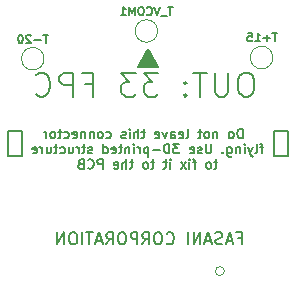
<source format=gbo>
G04 #@! TF.GenerationSoftware,KiCad,Pcbnew,6.0.8-f2edbf62ab~116~ubuntu20.04.1*
G04 #@! TF.CreationDate,2022-10-27T16:24:36+02:00*
G04 #@! TF.ProjectId,S3-44-to-33-FPC,53332d34-342d-4746-9f2d-33332d465043,1.0*
G04 #@! TF.SameCoordinates,Original*
G04 #@! TF.FileFunction,Legend,Bot*
G04 #@! TF.FilePolarity,Positive*
%FSLAX46Y46*%
G04 Gerber Fmt 4.6, Leading zero omitted, Abs format (unit mm)*
G04 Created by KiCad (PCBNEW 6.0.8-f2edbf62ab~116~ubuntu20.04.1) date 2022-10-27 16:24:36*
%MOMM*%
%LPD*%
G01*
G04 APERTURE LIST*
%ADD10C,0.150000*%
%ADD11C,0.200000*%
%ADD12C,0.140000*%
%ADD13C,0.130000*%
%ADD14C,0.120000*%
%ADD15C,1.500000*%
G04 APERTURE END LIST*
D10*
X101700000Y-102400000D02*
X102875000Y-102400000D01*
X102875000Y-102400000D02*
X102875000Y-104500000D01*
X102875000Y-104500000D02*
X101700000Y-104500000D01*
X101700000Y-104500000D02*
X101700000Y-102400000D01*
X124212500Y-102400000D02*
X125387500Y-102400000D01*
X125387500Y-102400000D02*
X125387500Y-104500000D01*
X125387500Y-104500000D02*
X124212500Y-104500000D01*
X124212500Y-104500000D02*
X124212500Y-102400000D01*
D11*
X114311904Y-96909523D02*
X114311904Y-97004761D01*
X114216666Y-96719047D02*
X114216666Y-97004761D01*
X114121428Y-96528571D02*
X114121428Y-97004761D01*
X114026190Y-96338095D02*
X114026190Y-97004761D01*
X113930952Y-96242857D02*
X113930952Y-97004761D01*
X113835714Y-96052380D02*
X113835714Y-97004761D01*
X113740476Y-95861904D02*
X113740476Y-97004761D01*
X113645238Y-95671428D02*
X113645238Y-97004761D01*
X113550000Y-95480952D02*
X113550000Y-97004761D01*
X113454761Y-95671428D02*
X113454761Y-97004761D01*
X113359523Y-95861904D02*
X113359523Y-97004761D01*
X113264285Y-96052380D02*
X113264285Y-97004761D01*
X113169047Y-96242857D02*
X113169047Y-97004761D01*
X113073809Y-96338095D02*
X113073809Y-97004761D01*
X112978571Y-96528571D02*
X112978571Y-97004761D01*
X112883333Y-96719047D02*
X112883333Y-97004761D01*
X112788095Y-97004761D02*
X113550000Y-95576190D01*
X114311904Y-97004761D01*
X112788095Y-96909523D02*
X112788095Y-97004761D01*
X113550000Y-95480952D02*
X112692857Y-97004761D01*
X114407142Y-97004761D01*
X113550000Y-95480952D01*
D12*
X121561904Y-103023904D02*
X121561904Y-102223904D01*
X121371428Y-102223904D01*
X121257142Y-102262000D01*
X121180952Y-102338190D01*
X121142857Y-102414380D01*
X121104761Y-102566761D01*
X121104761Y-102681047D01*
X121142857Y-102833428D01*
X121180952Y-102909619D01*
X121257142Y-102985809D01*
X121371428Y-103023904D01*
X121561904Y-103023904D01*
X120647619Y-103023904D02*
X120723809Y-102985809D01*
X120761904Y-102947714D01*
X120800000Y-102871523D01*
X120800000Y-102642952D01*
X120761904Y-102566761D01*
X120723809Y-102528666D01*
X120647619Y-102490571D01*
X120533333Y-102490571D01*
X120457142Y-102528666D01*
X120419047Y-102566761D01*
X120380952Y-102642952D01*
X120380952Y-102871523D01*
X120419047Y-102947714D01*
X120457142Y-102985809D01*
X120533333Y-103023904D01*
X120647619Y-103023904D01*
X119428571Y-102490571D02*
X119428571Y-103023904D01*
X119428571Y-102566761D02*
X119390476Y-102528666D01*
X119314285Y-102490571D01*
X119200000Y-102490571D01*
X119123809Y-102528666D01*
X119085714Y-102604857D01*
X119085714Y-103023904D01*
X118590476Y-103023904D02*
X118666666Y-102985809D01*
X118704761Y-102947714D01*
X118742857Y-102871523D01*
X118742857Y-102642952D01*
X118704761Y-102566761D01*
X118666666Y-102528666D01*
X118590476Y-102490571D01*
X118476190Y-102490571D01*
X118400000Y-102528666D01*
X118361904Y-102566761D01*
X118323809Y-102642952D01*
X118323809Y-102871523D01*
X118361904Y-102947714D01*
X118400000Y-102985809D01*
X118476190Y-103023904D01*
X118590476Y-103023904D01*
X118095238Y-102490571D02*
X117790476Y-102490571D01*
X117980952Y-102223904D02*
X117980952Y-102909619D01*
X117942857Y-102985809D01*
X117866666Y-103023904D01*
X117790476Y-103023904D01*
X116800000Y-103023904D02*
X116876190Y-102985809D01*
X116914285Y-102909619D01*
X116914285Y-102223904D01*
X116190476Y-102985809D02*
X116266666Y-103023904D01*
X116419047Y-103023904D01*
X116495238Y-102985809D01*
X116533333Y-102909619D01*
X116533333Y-102604857D01*
X116495238Y-102528666D01*
X116419047Y-102490571D01*
X116266666Y-102490571D01*
X116190476Y-102528666D01*
X116152380Y-102604857D01*
X116152380Y-102681047D01*
X116533333Y-102757238D01*
X115466666Y-103023904D02*
X115466666Y-102604857D01*
X115504761Y-102528666D01*
X115580952Y-102490571D01*
X115733333Y-102490571D01*
X115809523Y-102528666D01*
X115466666Y-102985809D02*
X115542857Y-103023904D01*
X115733333Y-103023904D01*
X115809523Y-102985809D01*
X115847619Y-102909619D01*
X115847619Y-102833428D01*
X115809523Y-102757238D01*
X115733333Y-102719142D01*
X115542857Y-102719142D01*
X115466666Y-102681047D01*
X115161904Y-102490571D02*
X114971428Y-103023904D01*
X114780952Y-102490571D01*
X114171428Y-102985809D02*
X114247619Y-103023904D01*
X114400000Y-103023904D01*
X114476190Y-102985809D01*
X114514285Y-102909619D01*
X114514285Y-102604857D01*
X114476190Y-102528666D01*
X114400000Y-102490571D01*
X114247619Y-102490571D01*
X114171428Y-102528666D01*
X114133333Y-102604857D01*
X114133333Y-102681047D01*
X114514285Y-102757238D01*
X113295238Y-102490571D02*
X112990476Y-102490571D01*
X113180952Y-102223904D02*
X113180952Y-102909619D01*
X113142857Y-102985809D01*
X113066666Y-103023904D01*
X112990476Y-103023904D01*
X112723809Y-103023904D02*
X112723809Y-102223904D01*
X112380952Y-103023904D02*
X112380952Y-102604857D01*
X112419047Y-102528666D01*
X112495238Y-102490571D01*
X112609523Y-102490571D01*
X112685714Y-102528666D01*
X112723809Y-102566761D01*
X112000000Y-103023904D02*
X112000000Y-102490571D01*
X112000000Y-102223904D02*
X112038095Y-102262000D01*
X112000000Y-102300095D01*
X111961904Y-102262000D01*
X112000000Y-102223904D01*
X112000000Y-102300095D01*
X111657142Y-102985809D02*
X111580952Y-103023904D01*
X111428571Y-103023904D01*
X111352380Y-102985809D01*
X111314285Y-102909619D01*
X111314285Y-102871523D01*
X111352380Y-102795333D01*
X111428571Y-102757238D01*
X111542857Y-102757238D01*
X111619047Y-102719142D01*
X111657142Y-102642952D01*
X111657142Y-102604857D01*
X111619047Y-102528666D01*
X111542857Y-102490571D01*
X111428571Y-102490571D01*
X111352380Y-102528666D01*
X110019047Y-102985809D02*
X110095238Y-103023904D01*
X110247619Y-103023904D01*
X110323809Y-102985809D01*
X110361904Y-102947714D01*
X110400000Y-102871523D01*
X110400000Y-102642952D01*
X110361904Y-102566761D01*
X110323809Y-102528666D01*
X110247619Y-102490571D01*
X110095238Y-102490571D01*
X110019047Y-102528666D01*
X109561904Y-103023904D02*
X109638095Y-102985809D01*
X109676190Y-102947714D01*
X109714285Y-102871523D01*
X109714285Y-102642952D01*
X109676190Y-102566761D01*
X109638095Y-102528666D01*
X109561904Y-102490571D01*
X109447619Y-102490571D01*
X109371428Y-102528666D01*
X109333333Y-102566761D01*
X109295238Y-102642952D01*
X109295238Y-102871523D01*
X109333333Y-102947714D01*
X109371428Y-102985809D01*
X109447619Y-103023904D01*
X109561904Y-103023904D01*
X108952380Y-102490571D02*
X108952380Y-103023904D01*
X108952380Y-102566761D02*
X108914285Y-102528666D01*
X108838095Y-102490571D01*
X108723809Y-102490571D01*
X108647619Y-102528666D01*
X108609523Y-102604857D01*
X108609523Y-103023904D01*
X108228571Y-102490571D02*
X108228571Y-103023904D01*
X108228571Y-102566761D02*
X108190476Y-102528666D01*
X108114285Y-102490571D01*
X108000000Y-102490571D01*
X107923809Y-102528666D01*
X107885714Y-102604857D01*
X107885714Y-103023904D01*
X107200000Y-102985809D02*
X107276190Y-103023904D01*
X107428571Y-103023904D01*
X107504761Y-102985809D01*
X107542857Y-102909619D01*
X107542857Y-102604857D01*
X107504761Y-102528666D01*
X107428571Y-102490571D01*
X107276190Y-102490571D01*
X107200000Y-102528666D01*
X107161904Y-102604857D01*
X107161904Y-102681047D01*
X107542857Y-102757238D01*
X106476190Y-102985809D02*
X106552380Y-103023904D01*
X106704761Y-103023904D01*
X106780952Y-102985809D01*
X106819047Y-102947714D01*
X106857142Y-102871523D01*
X106857142Y-102642952D01*
X106819047Y-102566761D01*
X106780952Y-102528666D01*
X106704761Y-102490571D01*
X106552380Y-102490571D01*
X106476190Y-102528666D01*
X106247619Y-102490571D02*
X105942857Y-102490571D01*
X106133333Y-102223904D02*
X106133333Y-102909619D01*
X106095238Y-102985809D01*
X106019047Y-103023904D01*
X105942857Y-103023904D01*
X105561904Y-103023904D02*
X105638095Y-102985809D01*
X105676190Y-102947714D01*
X105714285Y-102871523D01*
X105714285Y-102642952D01*
X105676190Y-102566761D01*
X105638095Y-102528666D01*
X105561904Y-102490571D01*
X105447619Y-102490571D01*
X105371428Y-102528666D01*
X105333333Y-102566761D01*
X105295238Y-102642952D01*
X105295238Y-102871523D01*
X105333333Y-102947714D01*
X105371428Y-102985809D01*
X105447619Y-103023904D01*
X105561904Y-103023904D01*
X104952380Y-103023904D02*
X104952380Y-102490571D01*
X104952380Y-102642952D02*
X104914285Y-102566761D01*
X104876190Y-102528666D01*
X104800000Y-102490571D01*
X104723809Y-102490571D01*
X123333333Y-103778571D02*
X123028571Y-103778571D01*
X123219047Y-104311904D02*
X123219047Y-103626190D01*
X123180952Y-103550000D01*
X123104761Y-103511904D01*
X123028571Y-103511904D01*
X122647619Y-104311904D02*
X122723809Y-104273809D01*
X122761904Y-104197619D01*
X122761904Y-103511904D01*
X122419047Y-103778571D02*
X122228571Y-104311904D01*
X122038095Y-103778571D02*
X122228571Y-104311904D01*
X122304761Y-104502380D01*
X122342857Y-104540476D01*
X122419047Y-104578571D01*
X121733333Y-104311904D02*
X121733333Y-103778571D01*
X121733333Y-103511904D02*
X121771428Y-103550000D01*
X121733333Y-103588095D01*
X121695238Y-103550000D01*
X121733333Y-103511904D01*
X121733333Y-103588095D01*
X121352380Y-103778571D02*
X121352380Y-104311904D01*
X121352380Y-103854761D02*
X121314285Y-103816666D01*
X121238095Y-103778571D01*
X121123809Y-103778571D01*
X121047619Y-103816666D01*
X121009523Y-103892857D01*
X121009523Y-104311904D01*
X120285714Y-103778571D02*
X120285714Y-104426190D01*
X120323809Y-104502380D01*
X120361904Y-104540476D01*
X120438095Y-104578571D01*
X120552380Y-104578571D01*
X120628571Y-104540476D01*
X120285714Y-104273809D02*
X120361904Y-104311904D01*
X120514285Y-104311904D01*
X120590476Y-104273809D01*
X120628571Y-104235714D01*
X120666666Y-104159523D01*
X120666666Y-103930952D01*
X120628571Y-103854761D01*
X120590476Y-103816666D01*
X120514285Y-103778571D01*
X120361904Y-103778571D01*
X120285714Y-103816666D01*
X119904761Y-104235714D02*
X119866666Y-104273809D01*
X119904761Y-104311904D01*
X119942857Y-104273809D01*
X119904761Y-104235714D01*
X119904761Y-104311904D01*
X118914285Y-103511904D02*
X118914285Y-104159523D01*
X118876190Y-104235714D01*
X118838095Y-104273809D01*
X118761904Y-104311904D01*
X118609523Y-104311904D01*
X118533333Y-104273809D01*
X118495238Y-104235714D01*
X118457142Y-104159523D01*
X118457142Y-103511904D01*
X118114285Y-104273809D02*
X118038095Y-104311904D01*
X117885714Y-104311904D01*
X117809523Y-104273809D01*
X117771428Y-104197619D01*
X117771428Y-104159523D01*
X117809523Y-104083333D01*
X117885714Y-104045238D01*
X118000000Y-104045238D01*
X118076190Y-104007142D01*
X118114285Y-103930952D01*
X118114285Y-103892857D01*
X118076190Y-103816666D01*
X118000000Y-103778571D01*
X117885714Y-103778571D01*
X117809523Y-103816666D01*
X117123809Y-104273809D02*
X117200000Y-104311904D01*
X117352380Y-104311904D01*
X117428571Y-104273809D01*
X117466666Y-104197619D01*
X117466666Y-103892857D01*
X117428571Y-103816666D01*
X117352380Y-103778571D01*
X117200000Y-103778571D01*
X117123809Y-103816666D01*
X117085714Y-103892857D01*
X117085714Y-103969047D01*
X117466666Y-104045238D01*
X116209523Y-103511904D02*
X115714285Y-103511904D01*
X115980952Y-103816666D01*
X115866666Y-103816666D01*
X115790476Y-103854761D01*
X115752380Y-103892857D01*
X115714285Y-103969047D01*
X115714285Y-104159523D01*
X115752380Y-104235714D01*
X115790476Y-104273809D01*
X115866666Y-104311904D01*
X116095238Y-104311904D01*
X116171428Y-104273809D01*
X116209523Y-104235714D01*
X115371428Y-104311904D02*
X115371428Y-103511904D01*
X115180952Y-103511904D01*
X115066666Y-103550000D01*
X114990476Y-103626190D01*
X114952380Y-103702380D01*
X114914285Y-103854761D01*
X114914285Y-103969047D01*
X114952380Y-104121428D01*
X114990476Y-104197619D01*
X115066666Y-104273809D01*
X115180952Y-104311904D01*
X115371428Y-104311904D01*
X114571428Y-104007142D02*
X113961904Y-104007142D01*
X113580952Y-103778571D02*
X113580952Y-104578571D01*
X113580952Y-103816666D02*
X113504761Y-103778571D01*
X113352380Y-103778571D01*
X113276190Y-103816666D01*
X113238095Y-103854761D01*
X113200000Y-103930952D01*
X113200000Y-104159523D01*
X113238095Y-104235714D01*
X113276190Y-104273809D01*
X113352380Y-104311904D01*
X113504761Y-104311904D01*
X113580952Y-104273809D01*
X112857142Y-104311904D02*
X112857142Y-103778571D01*
X112857142Y-103930952D02*
X112819047Y-103854761D01*
X112780952Y-103816666D01*
X112704761Y-103778571D01*
X112628571Y-103778571D01*
X112361904Y-104311904D02*
X112361904Y-103778571D01*
X112361904Y-103511904D02*
X112400000Y-103550000D01*
X112361904Y-103588095D01*
X112323809Y-103550000D01*
X112361904Y-103511904D01*
X112361904Y-103588095D01*
X111980952Y-103778571D02*
X111980952Y-104311904D01*
X111980952Y-103854761D02*
X111942857Y-103816666D01*
X111866666Y-103778571D01*
X111752380Y-103778571D01*
X111676190Y-103816666D01*
X111638095Y-103892857D01*
X111638095Y-104311904D01*
X111371428Y-103778571D02*
X111066666Y-103778571D01*
X111257142Y-103511904D02*
X111257142Y-104197619D01*
X111219047Y-104273809D01*
X111142857Y-104311904D01*
X111066666Y-104311904D01*
X110495238Y-104273809D02*
X110571428Y-104311904D01*
X110723809Y-104311904D01*
X110800000Y-104273809D01*
X110838095Y-104197619D01*
X110838095Y-103892857D01*
X110800000Y-103816666D01*
X110723809Y-103778571D01*
X110571428Y-103778571D01*
X110495238Y-103816666D01*
X110457142Y-103892857D01*
X110457142Y-103969047D01*
X110838095Y-104045238D01*
X109771428Y-104311904D02*
X109771428Y-103511904D01*
X109771428Y-104273809D02*
X109847619Y-104311904D01*
X110000000Y-104311904D01*
X110076190Y-104273809D01*
X110114285Y-104235714D01*
X110152380Y-104159523D01*
X110152380Y-103930952D01*
X110114285Y-103854761D01*
X110076190Y-103816666D01*
X110000000Y-103778571D01*
X109847619Y-103778571D01*
X109771428Y-103816666D01*
X108819047Y-104273809D02*
X108742857Y-104311904D01*
X108590476Y-104311904D01*
X108514285Y-104273809D01*
X108476190Y-104197619D01*
X108476190Y-104159523D01*
X108514285Y-104083333D01*
X108590476Y-104045238D01*
X108704761Y-104045238D01*
X108780952Y-104007142D01*
X108819047Y-103930952D01*
X108819047Y-103892857D01*
X108780952Y-103816666D01*
X108704761Y-103778571D01*
X108590476Y-103778571D01*
X108514285Y-103816666D01*
X108247619Y-103778571D02*
X107942857Y-103778571D01*
X108133333Y-103511904D02*
X108133333Y-104197619D01*
X108095238Y-104273809D01*
X108019047Y-104311904D01*
X107942857Y-104311904D01*
X107676190Y-104311904D02*
X107676190Y-103778571D01*
X107676190Y-103930952D02*
X107638095Y-103854761D01*
X107600000Y-103816666D01*
X107523809Y-103778571D01*
X107447619Y-103778571D01*
X106838095Y-103778571D02*
X106838095Y-104311904D01*
X107180952Y-103778571D02*
X107180952Y-104197619D01*
X107142857Y-104273809D01*
X107066666Y-104311904D01*
X106952380Y-104311904D01*
X106876190Y-104273809D01*
X106838095Y-104235714D01*
X106114285Y-104273809D02*
X106190476Y-104311904D01*
X106342857Y-104311904D01*
X106419047Y-104273809D01*
X106457142Y-104235714D01*
X106495238Y-104159523D01*
X106495238Y-103930952D01*
X106457142Y-103854761D01*
X106419047Y-103816666D01*
X106342857Y-103778571D01*
X106190476Y-103778571D01*
X106114285Y-103816666D01*
X105885714Y-103778571D02*
X105580952Y-103778571D01*
X105771428Y-103511904D02*
X105771428Y-104197619D01*
X105733333Y-104273809D01*
X105657142Y-104311904D01*
X105580952Y-104311904D01*
X104971428Y-103778571D02*
X104971428Y-104311904D01*
X105314285Y-103778571D02*
X105314285Y-104197619D01*
X105276190Y-104273809D01*
X105200000Y-104311904D01*
X105085714Y-104311904D01*
X105009523Y-104273809D01*
X104971428Y-104235714D01*
X104590476Y-104311904D02*
X104590476Y-103778571D01*
X104590476Y-103930952D02*
X104552380Y-103854761D01*
X104514285Y-103816666D01*
X104438095Y-103778571D01*
X104361904Y-103778571D01*
X103790476Y-104273809D02*
X103866666Y-104311904D01*
X104019047Y-104311904D01*
X104095238Y-104273809D01*
X104133333Y-104197619D01*
X104133333Y-103892857D01*
X104095238Y-103816666D01*
X104019047Y-103778571D01*
X103866666Y-103778571D01*
X103790476Y-103816666D01*
X103752380Y-103892857D01*
X103752380Y-103969047D01*
X104133333Y-104045238D01*
X119428571Y-105066571D02*
X119123809Y-105066571D01*
X119314285Y-104799904D02*
X119314285Y-105485619D01*
X119276190Y-105561809D01*
X119200000Y-105599904D01*
X119123809Y-105599904D01*
X118742857Y-105599904D02*
X118819047Y-105561809D01*
X118857142Y-105523714D01*
X118895238Y-105447523D01*
X118895238Y-105218952D01*
X118857142Y-105142761D01*
X118819047Y-105104666D01*
X118742857Y-105066571D01*
X118628571Y-105066571D01*
X118552380Y-105104666D01*
X118514285Y-105142761D01*
X118476190Y-105218952D01*
X118476190Y-105447523D01*
X118514285Y-105523714D01*
X118552380Y-105561809D01*
X118628571Y-105599904D01*
X118742857Y-105599904D01*
X117638095Y-105066571D02*
X117333333Y-105066571D01*
X117523809Y-105599904D02*
X117523809Y-104914190D01*
X117485714Y-104838000D01*
X117409523Y-104799904D01*
X117333333Y-104799904D01*
X117066666Y-105599904D02*
X117066666Y-105066571D01*
X117066666Y-104799904D02*
X117104761Y-104838000D01*
X117066666Y-104876095D01*
X117028571Y-104838000D01*
X117066666Y-104799904D01*
X117066666Y-104876095D01*
X116761904Y-105599904D02*
X116342857Y-105066571D01*
X116761904Y-105066571D02*
X116342857Y-105599904D01*
X115428571Y-105599904D02*
X115428571Y-105066571D01*
X115428571Y-104799904D02*
X115466666Y-104838000D01*
X115428571Y-104876095D01*
X115390476Y-104838000D01*
X115428571Y-104799904D01*
X115428571Y-104876095D01*
X115161904Y-105066571D02*
X114857142Y-105066571D01*
X115047619Y-104799904D02*
X115047619Y-105485619D01*
X115009523Y-105561809D01*
X114933333Y-105599904D01*
X114857142Y-105599904D01*
X114095238Y-105066571D02*
X113790476Y-105066571D01*
X113980952Y-104799904D02*
X113980952Y-105485619D01*
X113942857Y-105561809D01*
X113866666Y-105599904D01*
X113790476Y-105599904D01*
X113409523Y-105599904D02*
X113485714Y-105561809D01*
X113523809Y-105523714D01*
X113561904Y-105447523D01*
X113561904Y-105218952D01*
X113523809Y-105142761D01*
X113485714Y-105104666D01*
X113409523Y-105066571D01*
X113295238Y-105066571D01*
X113219047Y-105104666D01*
X113180952Y-105142761D01*
X113142857Y-105218952D01*
X113142857Y-105447523D01*
X113180952Y-105523714D01*
X113219047Y-105561809D01*
X113295238Y-105599904D01*
X113409523Y-105599904D01*
X112304761Y-105066571D02*
X112000000Y-105066571D01*
X112190476Y-104799904D02*
X112190476Y-105485619D01*
X112152380Y-105561809D01*
X112076190Y-105599904D01*
X112000000Y-105599904D01*
X111733333Y-105599904D02*
X111733333Y-104799904D01*
X111390476Y-105599904D02*
X111390476Y-105180857D01*
X111428571Y-105104666D01*
X111504761Y-105066571D01*
X111619047Y-105066571D01*
X111695238Y-105104666D01*
X111733333Y-105142761D01*
X110704761Y-105561809D02*
X110780952Y-105599904D01*
X110933333Y-105599904D01*
X111009523Y-105561809D01*
X111047619Y-105485619D01*
X111047619Y-105180857D01*
X111009523Y-105104666D01*
X110933333Y-105066571D01*
X110780952Y-105066571D01*
X110704761Y-105104666D01*
X110666666Y-105180857D01*
X110666666Y-105257047D01*
X111047619Y-105333238D01*
X109714285Y-105599904D02*
X109714285Y-104799904D01*
X109409523Y-104799904D01*
X109333333Y-104838000D01*
X109295238Y-104876095D01*
X109257142Y-104952285D01*
X109257142Y-105066571D01*
X109295238Y-105142761D01*
X109333333Y-105180857D01*
X109409523Y-105218952D01*
X109714285Y-105218952D01*
X108457142Y-105523714D02*
X108495238Y-105561809D01*
X108609523Y-105599904D01*
X108685714Y-105599904D01*
X108800000Y-105561809D01*
X108876190Y-105485619D01*
X108914285Y-105409428D01*
X108952380Y-105257047D01*
X108952380Y-105142761D01*
X108914285Y-104990380D01*
X108876190Y-104914190D01*
X108800000Y-104838000D01*
X108685714Y-104799904D01*
X108609523Y-104799904D01*
X108495238Y-104838000D01*
X108457142Y-104876095D01*
X107847619Y-105180857D02*
X107733333Y-105218952D01*
X107695238Y-105257047D01*
X107657142Y-105333238D01*
X107657142Y-105447523D01*
X107695238Y-105523714D01*
X107733333Y-105561809D01*
X107809523Y-105599904D01*
X108114285Y-105599904D01*
X108114285Y-104799904D01*
X107847619Y-104799904D01*
X107771428Y-104838000D01*
X107733333Y-104876095D01*
X107695238Y-104952285D01*
X107695238Y-105028476D01*
X107733333Y-105104666D01*
X107771428Y-105142761D01*
X107847619Y-105180857D01*
X108114285Y-105180857D01*
D10*
X121176190Y-111478571D02*
X121509523Y-111478571D01*
X121509523Y-112002380D02*
X121509523Y-111002380D01*
X121033333Y-111002380D01*
X120700000Y-111716666D02*
X120223809Y-111716666D01*
X120795238Y-112002380D02*
X120461904Y-111002380D01*
X120128571Y-112002380D01*
X119842857Y-111954761D02*
X119700000Y-112002380D01*
X119461904Y-112002380D01*
X119366666Y-111954761D01*
X119319047Y-111907142D01*
X119271428Y-111811904D01*
X119271428Y-111716666D01*
X119319047Y-111621428D01*
X119366666Y-111573809D01*
X119461904Y-111526190D01*
X119652380Y-111478571D01*
X119747619Y-111430952D01*
X119795238Y-111383333D01*
X119842857Y-111288095D01*
X119842857Y-111192857D01*
X119795238Y-111097619D01*
X119747619Y-111050000D01*
X119652380Y-111002380D01*
X119414285Y-111002380D01*
X119271428Y-111050000D01*
X118890476Y-111716666D02*
X118414285Y-111716666D01*
X118985714Y-112002380D02*
X118652380Y-111002380D01*
X118319047Y-112002380D01*
X117985714Y-112002380D02*
X117985714Y-111002380D01*
X117414285Y-112002380D01*
X117414285Y-111002380D01*
X116938095Y-112002380D02*
X116938095Y-111002380D01*
X115128571Y-111907142D02*
X115176190Y-111954761D01*
X115319047Y-112002380D01*
X115414285Y-112002380D01*
X115557142Y-111954761D01*
X115652380Y-111859523D01*
X115700000Y-111764285D01*
X115747619Y-111573809D01*
X115747619Y-111430952D01*
X115700000Y-111240476D01*
X115652380Y-111145238D01*
X115557142Y-111050000D01*
X115414285Y-111002380D01*
X115319047Y-111002380D01*
X115176190Y-111050000D01*
X115128571Y-111097619D01*
X114509523Y-111002380D02*
X114319047Y-111002380D01*
X114223809Y-111050000D01*
X114128571Y-111145238D01*
X114080952Y-111335714D01*
X114080952Y-111669047D01*
X114128571Y-111859523D01*
X114223809Y-111954761D01*
X114319047Y-112002380D01*
X114509523Y-112002380D01*
X114604761Y-111954761D01*
X114700000Y-111859523D01*
X114747619Y-111669047D01*
X114747619Y-111335714D01*
X114700000Y-111145238D01*
X114604761Y-111050000D01*
X114509523Y-111002380D01*
X113080952Y-112002380D02*
X113414285Y-111526190D01*
X113652380Y-112002380D02*
X113652380Y-111002380D01*
X113271428Y-111002380D01*
X113176190Y-111050000D01*
X113128571Y-111097619D01*
X113080952Y-111192857D01*
X113080952Y-111335714D01*
X113128571Y-111430952D01*
X113176190Y-111478571D01*
X113271428Y-111526190D01*
X113652380Y-111526190D01*
X112652380Y-112002380D02*
X112652380Y-111002380D01*
X112271428Y-111002380D01*
X112176190Y-111050000D01*
X112128571Y-111097619D01*
X112080952Y-111192857D01*
X112080952Y-111335714D01*
X112128571Y-111430952D01*
X112176190Y-111478571D01*
X112271428Y-111526190D01*
X112652380Y-111526190D01*
X111461904Y-111002380D02*
X111271428Y-111002380D01*
X111176190Y-111050000D01*
X111080952Y-111145238D01*
X111033333Y-111335714D01*
X111033333Y-111669047D01*
X111080952Y-111859523D01*
X111176190Y-111954761D01*
X111271428Y-112002380D01*
X111461904Y-112002380D01*
X111557142Y-111954761D01*
X111652380Y-111859523D01*
X111700000Y-111669047D01*
X111700000Y-111335714D01*
X111652380Y-111145238D01*
X111557142Y-111050000D01*
X111461904Y-111002380D01*
X110033333Y-112002380D02*
X110366666Y-111526190D01*
X110604761Y-112002380D02*
X110604761Y-111002380D01*
X110223809Y-111002380D01*
X110128571Y-111050000D01*
X110080952Y-111097619D01*
X110033333Y-111192857D01*
X110033333Y-111335714D01*
X110080952Y-111430952D01*
X110128571Y-111478571D01*
X110223809Y-111526190D01*
X110604761Y-111526190D01*
X109652380Y-111716666D02*
X109176190Y-111716666D01*
X109747619Y-112002380D02*
X109414285Y-111002380D01*
X109080952Y-112002380D01*
X108890476Y-111002380D02*
X108319047Y-111002380D01*
X108604761Y-112002380D02*
X108604761Y-111002380D01*
X107985714Y-112002380D02*
X107985714Y-111002380D01*
X107319047Y-111002380D02*
X107128571Y-111002380D01*
X107033333Y-111050000D01*
X106938095Y-111145238D01*
X106890476Y-111335714D01*
X106890476Y-111669047D01*
X106938095Y-111859523D01*
X107033333Y-111954761D01*
X107128571Y-112002380D01*
X107319047Y-112002380D01*
X107414285Y-111954761D01*
X107509523Y-111859523D01*
X107557142Y-111669047D01*
X107557142Y-111335714D01*
X107509523Y-111145238D01*
X107414285Y-111050000D01*
X107319047Y-111002380D01*
X106461904Y-112002380D02*
X106461904Y-111002380D01*
X105890476Y-112002380D01*
X105890476Y-111002380D01*
D11*
X122061904Y-97504761D02*
X121680952Y-97504761D01*
X121490476Y-97600000D01*
X121300000Y-97790476D01*
X121204761Y-98171428D01*
X121204761Y-98838095D01*
X121300000Y-99219047D01*
X121490476Y-99409523D01*
X121680952Y-99504761D01*
X122061904Y-99504761D01*
X122252380Y-99409523D01*
X122442857Y-99219047D01*
X122538095Y-98838095D01*
X122538095Y-98171428D01*
X122442857Y-97790476D01*
X122252380Y-97600000D01*
X122061904Y-97504761D01*
X120347619Y-97504761D02*
X120347619Y-99123809D01*
X120252380Y-99314285D01*
X120157142Y-99409523D01*
X119966666Y-99504761D01*
X119585714Y-99504761D01*
X119395238Y-99409523D01*
X119300000Y-99314285D01*
X119204761Y-99123809D01*
X119204761Y-97504761D01*
X118538095Y-97504761D02*
X117395238Y-97504761D01*
X117966666Y-99504761D02*
X117966666Y-97504761D01*
X116728571Y-99314285D02*
X116633333Y-99409523D01*
X116728571Y-99504761D01*
X116823809Y-99409523D01*
X116728571Y-99314285D01*
X116728571Y-99504761D01*
X116728571Y-98266666D02*
X116633333Y-98361904D01*
X116728571Y-98457142D01*
X116823809Y-98361904D01*
X116728571Y-98266666D01*
X116728571Y-98457142D01*
X114442857Y-97504761D02*
X113204761Y-97504761D01*
X113871428Y-98266666D01*
X113585714Y-98266666D01*
X113395238Y-98361904D01*
X113300000Y-98457142D01*
X113204761Y-98647619D01*
X113204761Y-99123809D01*
X113300000Y-99314285D01*
X113395238Y-99409523D01*
X113585714Y-99504761D01*
X114157142Y-99504761D01*
X114347619Y-99409523D01*
X114442857Y-99314285D01*
X112538095Y-97504761D02*
X111300000Y-97504761D01*
X111966666Y-98266666D01*
X111680952Y-98266666D01*
X111490476Y-98361904D01*
X111395238Y-98457142D01*
X111300000Y-98647619D01*
X111300000Y-99123809D01*
X111395238Y-99314285D01*
X111490476Y-99409523D01*
X111680952Y-99504761D01*
X112252380Y-99504761D01*
X112442857Y-99409523D01*
X112538095Y-99314285D01*
X108252380Y-98457142D02*
X108919047Y-98457142D01*
X108919047Y-99504761D02*
X108919047Y-97504761D01*
X107966666Y-97504761D01*
X107204761Y-99504761D02*
X107204761Y-97504761D01*
X106442857Y-97504761D01*
X106252380Y-97600000D01*
X106157142Y-97695238D01*
X106061904Y-97885714D01*
X106061904Y-98171428D01*
X106157142Y-98361904D01*
X106252380Y-98457142D01*
X106442857Y-98552380D01*
X107204761Y-98552380D01*
X104061904Y-99314285D02*
X104157142Y-99409523D01*
X104442857Y-99504761D01*
X104633333Y-99504761D01*
X104919047Y-99409523D01*
X105109523Y-99219047D01*
X105204761Y-99028571D01*
X105300000Y-98647619D01*
X105300000Y-98361904D01*
X105204761Y-97980952D01*
X105109523Y-97790476D01*
X104919047Y-97600000D01*
X104633333Y-97504761D01*
X104442857Y-97504761D01*
X104157142Y-97600000D01*
X104061904Y-97695238D01*
D13*
X105100000Y-94268666D02*
X104700000Y-94268666D01*
X104900000Y-94968666D02*
X104900000Y-94268666D01*
X104466666Y-94702000D02*
X103933333Y-94702000D01*
X103633333Y-94335333D02*
X103600000Y-94302000D01*
X103533333Y-94268666D01*
X103366666Y-94268666D01*
X103300000Y-94302000D01*
X103266666Y-94335333D01*
X103233333Y-94402000D01*
X103233333Y-94468666D01*
X103266666Y-94568666D01*
X103666666Y-94968666D01*
X103233333Y-94968666D01*
X102800000Y-94268666D02*
X102733333Y-94268666D01*
X102666666Y-94302000D01*
X102633333Y-94335333D01*
X102600000Y-94402000D01*
X102566666Y-94535333D01*
X102566666Y-94702000D01*
X102600000Y-94835333D01*
X102633333Y-94902000D01*
X102666666Y-94935333D01*
X102733333Y-94968666D01*
X102800000Y-94968666D01*
X102866666Y-94935333D01*
X102900000Y-94902000D01*
X102933333Y-94835333D01*
X102966666Y-94702000D01*
X102966666Y-94535333D01*
X102933333Y-94402000D01*
X102900000Y-94335333D01*
X102866666Y-94302000D01*
X102800000Y-94268666D01*
X124500000Y-94116666D02*
X124100000Y-94116666D01*
X124300000Y-94816666D02*
X124300000Y-94116666D01*
X123866666Y-94550000D02*
X123333333Y-94550000D01*
X123600000Y-94816666D02*
X123600000Y-94283333D01*
X122633333Y-94816666D02*
X123033333Y-94816666D01*
X122833333Y-94816666D02*
X122833333Y-94116666D01*
X122900000Y-94216666D01*
X122966666Y-94283333D01*
X123033333Y-94316666D01*
X122000000Y-94116666D02*
X122333333Y-94116666D01*
X122366666Y-94450000D01*
X122333333Y-94416666D01*
X122266666Y-94383333D01*
X122100000Y-94383333D01*
X122033333Y-94416666D01*
X122000000Y-94450000D01*
X121966666Y-94516666D01*
X121966666Y-94683333D01*
X122000000Y-94750000D01*
X122033333Y-94783333D01*
X122100000Y-94816666D01*
X122266666Y-94816666D01*
X122333333Y-94783333D01*
X122366666Y-94750000D01*
X115641666Y-91918666D02*
X115241666Y-91918666D01*
X115441666Y-92618666D02*
X115441666Y-91918666D01*
X115175000Y-92685333D02*
X114641666Y-92685333D01*
X114575000Y-91918666D02*
X114341666Y-92618666D01*
X114108333Y-91918666D01*
X113475000Y-92552000D02*
X113508333Y-92585333D01*
X113608333Y-92618666D01*
X113675000Y-92618666D01*
X113775000Y-92585333D01*
X113841666Y-92518666D01*
X113875000Y-92452000D01*
X113908333Y-92318666D01*
X113908333Y-92218666D01*
X113875000Y-92085333D01*
X113841666Y-92018666D01*
X113775000Y-91952000D01*
X113675000Y-91918666D01*
X113608333Y-91918666D01*
X113508333Y-91952000D01*
X113475000Y-91985333D01*
X113041666Y-91918666D02*
X112908333Y-91918666D01*
X112841666Y-91952000D01*
X112775000Y-92018666D01*
X112741666Y-92152000D01*
X112741666Y-92385333D01*
X112775000Y-92518666D01*
X112841666Y-92585333D01*
X112908333Y-92618666D01*
X113041666Y-92618666D01*
X113108333Y-92585333D01*
X113175000Y-92518666D01*
X113208333Y-92385333D01*
X113208333Y-92152000D01*
X113175000Y-92018666D01*
X113108333Y-91952000D01*
X113041666Y-91918666D01*
X112441666Y-92618666D02*
X112441666Y-91918666D01*
X112208333Y-92418666D01*
X111975000Y-91918666D01*
X111975000Y-92618666D01*
X111275000Y-92618666D02*
X111675000Y-92618666D01*
X111475000Y-92618666D02*
X111475000Y-91918666D01*
X111541666Y-92018666D01*
X111608333Y-92085333D01*
X111675000Y-92118666D01*
D14*
X120026900Y-114275000D02*
G75*
G03*
X120026900Y-114275000I-381000J0D01*
G01*
X104750000Y-96300000D02*
G75*
G03*
X104750000Y-96300000I-950000J0D01*
G01*
X124125000Y-96200000D02*
G75*
G03*
X124125000Y-96200000I-950000J0D01*
G01*
X114375000Y-93950000D02*
G75*
G03*
X114375000Y-93950000I-950000J0D01*
G01*
%LPC*%
D15*
X103800000Y-96300000D03*
X123175000Y-96200000D03*
X113425000Y-93950000D03*
M02*

</source>
